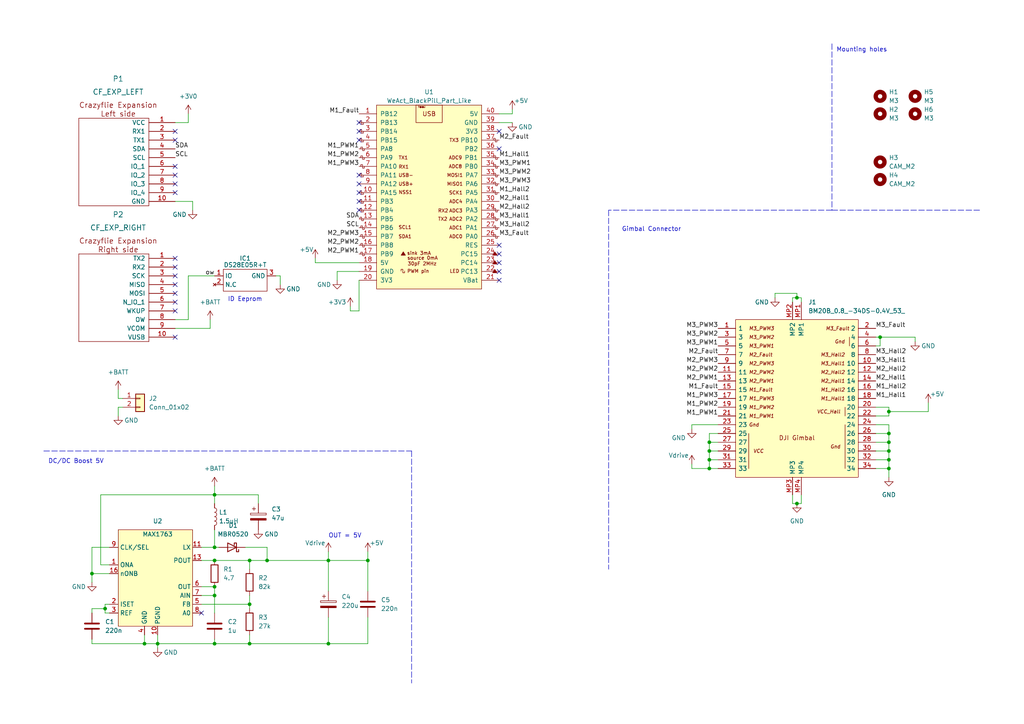
<source format=kicad_sch>
(kicad_sch (version 20211123) (generator eeschema)
  (paper "A4")
  (lib_symbols
    (symbol "Connector_Generic:Conn_01x02" (pin_names (offset 1.016) hide)
      (property "Reference" "J" (at 0 2.54 0))
      (property "Value" "Conn_01x02" (at 0 -5.08 0))
      (symbol "Conn_01x02_1_1"
        (rectangle (start -1.27 -2.413) (end 0 -2.667) (stroke (width 0.1524)))
        (rectangle (start -1.27 0.127) (end 0 -0.127) (stroke (width 0.1524)))
        (rectangle (start -1.27 1.27) (end 1.27 -3.81) (stroke (width 0.254)) (fill (type background)))
        (pin passive line (at -5.08 0 0) (length 3.81) (name "Pin_1") (number "1"))
        (pin passive line (at -5.08 -2.54 0) (length 3.81) (name "Pin_2") (number "2"))
      )
    )
    (symbol "DJI_Gimbal:BM20B_0.8_-34DS-0.4V_53_" (pin_names (offset 0.762))
      (property "Reference" "J" (at -0.635 14.605 0))
      (property "Value" "BM20B_0.8_-34DS-0.4V_53_" (at -12.065 17.145 0))
      (symbol "BM20B_0.8_-34DS-0.4V_53__0_0"
        (polyline (pts (xy -13.97 -30.48) (xy -13.97 -40.64)))
        (polyline (pts (xy 13.97 -27.94) (xy 13.97 -40.64)))
        (polyline (pts (xy 13.97 -22.86) (xy 13.97 -25.4)))
        (polyline (pts (xy 15.24 -2.54) (xy 15.24 -5.08)))
        (text "DJI Gimbal" (at 0 -31.75 0) (effects (font (size 1.27 1.27))))
        (text "Gnd" (at -13.97 -27.94 0) (effects (font (size 1.016 1.016) italic) (justify left)))
        (text "Gnd" (at 12.7 -34.29 0) (effects (font (size 1.016 1.016) italic) (justify right)))
        (text "Gnd" (at 13.97 -3.81 0) (effects (font (size 1.016 1.016) italic) (justify right)))
        (text "M1_Fault" (at -13.97 -17.78 0) (effects (font (size 1.016 1.016) italic) (justify left)))
        (text "M1_Hall1" (at 13.97 -20.32 0) (effects (font (size 1.016 1.016) italic) (justify right)))
        (text "M1_Hall2" (at 13.97 -17.78 0) (effects (font (size 1.016 1.016) italic) (justify right)))
        (text "M1_PWM1" (at -13.97 -25.4 0) (effects (font (size 1.016 1.016) italic) (justify left)))
        (text "M1_PWM2" (at -13.97 -22.86 0) (effects (font (size 1.016 1.016) italic) (justify left)))
        (text "M1_PWM3" (at -13.97 -20.32 0) (effects (font (size 1.016 1.016) italic) (justify left)))
        (text "M2_Fault" (at -13.97 -7.62 0) (effects (font (size 1.016 1.016) italic) (justify left)))
        (text "M2_Hall1" (at 13.97 -15.24 0) (effects (font (size 1.016 1.016) italic) (justify right)))
        (text "M2_Hall2" (at 13.97 -12.7 0) (effects (font (size 1.016 1.016) italic) (justify right)))
        (text "M2_PWM1" (at -13.97 -15.24 0) (effects (font (size 1.016 1.016) italic) (justify left)))
        (text "M2_PWM2" (at -13.97 -12.7 0) (effects (font (size 1.016 1.016) italic) (justify left)))
        (text "M2_PWM3" (at -13.97 -10.16 0) (effects (font (size 1.016 1.016) italic) (justify left)))
        (text "M3_Fault" (at 15.24 0 0) (effects (font (size 1.016 1.016) italic) (justify right)))
        (text "M3_Hall1" (at 13.97 -10.16 0) (effects (font (size 1.016 1.016) italic) (justify right)))
        (text "M3_Hall2" (at 13.97 -7.62 0) (effects (font (size 1.016 1.016) italic) (justify right)))
        (text "M3_PWM1" (at -13.97 -5.08 0) (effects (font (size 1.016 1.016) italic) (justify left)))
        (text "M3_PWM2" (at -13.97 -2.54 0) (effects (font (size 1.016 1.016) italic) (justify left)))
        (text "M3_PWM3" (at -13.97 0 0) (effects (font (size 1.016 1.016) italic) (justify left)))
        (text "VCC" (at -12.7 -35.56 0) (effects (font (size 1.016 1.016) italic) (justify left)))
        (text "VCC_Hall" (at 12.7 -24.13 0) (effects (font (size 1.016 1.016) italic) (justify right)))
        (pin passive line (at -22.86 0 0) (length 5.08) (name "1") (number "1"))
        (pin passive line (at 22.86 -10.16 180) (length 5.08) (name "10") (number "10"))
        (pin passive line (at -22.86 -12.7 0) (length 5.08) (name "11") (number "11"))
        (pin passive line (at 22.86 -12.7 180) (length 5.08) (name "12") (number "12"))
        (pin passive line (at -22.86 -15.24 0) (length 5.08) (name "13") (number "13"))
        (pin passive line (at 22.86 -15.24 180) (length 5.08) (name "14") (number "14"))
        (pin passive line (at -22.86 -17.78 0) (length 5.08) (name "15") (number "15"))
        (pin passive line (at 22.86 -17.78 180) (length 5.08) (name "16") (number "16"))
        (pin passive line (at -22.86 -20.32 0) (length 5.08) (name "17") (number "17"))
        (pin passive line (at 22.86 -20.32 180) (length 5.08) (name "18") (number "18"))
        (pin passive line (at -22.86 -22.86 0) (length 5.08) (name "19") (number "19"))
        (pin passive line (at 22.86 0 180) (length 5.08) (name "2") (number "2"))
        (pin passive line (at 22.86 -22.86 180) (length 5.08) (name "20") (number "20"))
        (pin passive line (at -22.86 -25.4 0) (length 5.08) (name "21") (number "21"))
        (pin passive line (at 22.86 -25.4 180) (length 5.08) (name "22") (number "22"))
        (pin passive line (at -22.86 -27.94 0) (length 5.08) (name "23") (number "23"))
        (pin passive line (at 22.86 -27.94 180) (length 5.08) (name "24") (number "24"))
        (pin passive line (at -22.86 -30.48 0) (length 5.08) (name "25") (number "25"))
        (pin passive line (at 22.86 -30.48 180) (length 5.08) (name "26") (number "26"))
        (pin passive line (at -22.86 -33.02 0) (length 5.08) (name "27") (number "27"))
        (pin passive line (at 22.86 -33.02 180) (length 5.08) (name "28") (number "28"))
        (pin passive line (at -22.86 -35.56 0) (length 5.08) (name "29") (number "29"))
        (pin passive line (at -22.86 -2.54 0) (length 5.08) (name "3") (number "3"))
        (pin passive line (at 22.86 -35.56 180) (length 5.08) (name "30") (number "30"))
        (pin passive line (at -22.86 -38.1 0) (length 5.08) (name "31") (number "31"))
        (pin passive line (at 22.86 -38.1 180) (length 5.08) (name "32") (number "32"))
        (pin passive line (at -22.86 -40.64 0) (length 5.08) (name "33") (number "33"))
        (pin passive line (at 22.86 -40.64 180) (length 5.08) (name "34") (number "34"))
        (pin passive line (at 22.86 -2.54 180) (length 5.08) (name "4") (number "4"))
        (pin passive line (at -22.86 -5.08 0) (length 5.08) (name "5") (number "5"))
        (pin passive line (at 22.86 -5.08 180) (length 5.08) (name "6") (number "6"))
        (pin passive line (at -22.86 -7.62 0) (length 5.08) (name "7") (number "7"))
        (pin passive line (at 22.86 -7.62 180) (length 5.08) (name "8") (number "8"))
        (pin passive line (at -22.86 -10.16 0) (length 5.08) (name "9") (number "9"))
        (pin passive line (at 1.27 7.62 270) (length 5.08) (name "MP1") (number "MP1"))
        (pin passive line (at -1.27 7.62 270) (length 5.08) (name "MP2") (number "MP2"))
        (pin passive line (at -1.27 -48.26 90) (length 5.08) (name "MP3") (number "MP3"))
        (pin passive line (at 1.27 -48.26 90) (length 5.08) (name "MP4") (number "MP4"))
      )
      (symbol "BM20B_0.8_-34DS-0.4V_53__0_1"
        (polyline (pts (xy 17.78 2.54) (xy 17.78 -43.18) (xy -17.78 -43.18) (xy -17.78 2.54) (xy 17.78 2.54)) (stroke (width 0.1524)) (fill (type background)))
      )
    )
    (symbol "DJI_Gimbal:CF_EXP_LEFT" (pin_names (offset 1.016))
      (property "Reference" "P" (at 0 -13.97 0))
      (property "Value" "CF_EXP_LEFT" (at 0 -16.51 0))
      (symbol "CF_EXP_LEFT_0_0"
        (rectangle (start -10.16 -12.7) (end -10.16 12.7))
        (rectangle (start -10.16 12.7) (end 10.16 12.7))
        (rectangle (start 10.16 -12.7) (end -10.16 -12.7))
        (rectangle (start 10.16 12.7) (end 10.16 -12.7))
        (text "Crazyflie Expansion" (at 1.27 16.51 0) (effects (font (size 1.524 1.524))))
        (text "Left side" (at 1.27 13.97 0) (effects (font (size 1.524 1.524))))
      )
      (symbol "CF_EXP_LEFT_1_1"
        (pin power_out line (at 17.78 11.43 180) (length 7.62) (name "VCC") (number "1"))
        (pin power_out line (at 17.78 -11.43 180) (length 7.62) (name "GND") (number "10"))
        (pin bidirectional line (at 17.78 8.89 180) (length 7.62) (name "RX1") (number "2"))
        (pin bidirectional line (at 17.78 6.35 180) (length 7.62) (name "TX1") (number "3"))
        (pin output line (at 17.78 3.81 180) (length 7.62) (name "SDA") (number "4"))
        (pin bidirectional line (at 17.78 1.27 180) (length 7.62) (name "SCL") (number "5"))
        (pin bidirectional line (at 17.78 -1.27 180) (length 7.62) (name "IO_1") (number "6"))
        (pin bidirectional line (at 17.78 -3.81 180) (length 7.62) (name "IO_2") (number "7"))
        (pin bidirectional line (at 17.78 -6.35 180) (length 7.62) (name "IO_3") (number "8"))
        (pin bidirectional line (at 17.78 -8.89 180) (length 7.62) (name "IO_4") (number "9"))
      )
    )
    (symbol "DJI_Gimbal:CF_EXP_RIGHT" (pin_names (offset 1.016))
      (property "Reference" "P" (at 0 -13.97 0))
      (property "Value" "CF_EXP_RIGHT" (at 0 -16.51 0))
      (symbol "CF_EXP_RIGHT_0_0"
        (rectangle (start -10.16 -12.7) (end -10.16 12.7))
        (rectangle (start -10.16 12.7) (end 10.16 12.7))
        (rectangle (start 10.16 -12.7) (end -10.16 -12.7))
        (rectangle (start 10.16 12.7) (end 10.16 -12.7))
        (text "Crazyflie Expansion" (at 1.27 16.51 0) (effects (font (size 1.524 1.524))))
        (text "Right side" (at 1.27 13.97 0) (effects (font (size 1.524 1.524))))
      )
      (symbol "CF_EXP_RIGHT_1_1"
        (pin bidirectional line (at 17.78 11.43 180) (length 7.62) (name "TX2") (number "1"))
        (pin power_out line (at 17.78 -11.43 180) (length 7.62) (name "VUSB") (number "10"))
        (pin bidirectional line (at 17.78 8.89 180) (length 7.62) (name "RX2") (number "2"))
        (pin output line (at 17.78 6.35 180) (length 7.62) (name "SCK") (number "3"))
        (pin bidirectional line (at 17.78 3.81 180) (length 7.62) (name "MISO") (number "4"))
        (pin bidirectional line (at 17.78 1.27 180) (length 7.62) (name "MOSI") (number "5"))
        (pin bidirectional line (at 17.78 -1.27 180) (length 7.62) (name "N_IO_1") (number "6"))
        (pin bidirectional line (at 17.78 -3.81 180) (length 7.62) (name "WKUP") (number "7"))
        (pin bidirectional line (at 17.78 -6.35 180) (length 7.62) (name "OW") (number "8"))
        (pin power_out line (at 17.78 -8.89 180) (length 7.62) (name "VCOM") (number "9"))
      )
    )
    (symbol "DJI_Gimbal:DS28E05R+T"
      (property "Reference" "IC?" (at 0 5.08 0))
      (property "Value" "DS28E05R+T" (at 0 3.175 0))
      (symbol "DS28E05R+T_0_1"
        (rectangle (start -6.35 1.905) (end 6.35 -4.445))
      )
      (symbol "DS28E05R+T_1_1"
        (pin bidirectional line (at -8.89 0 0) (length 2.54) (name "IO") (number "1"))
        (pin no_connect line (at -8.89 -2.54 0) (length 2.54) (name "N.C") (number "2"))
        (pin input line (at 8.89 0 180) (length 2.54) (name "GND") (number "3"))
      )
    )
    (symbol "DJI_Gimbal:MAX1763"
      (property "Reference" "U" (at 0 15.24 0))
      (property "Value" "MAX1763" (at 0 12.7 0))
      (symbol "MAX1763_0_1"
        (rectangle (start -11.43 13.97) (end 10.16 -13.97) (fill (type background)))
      )
      (symbol "MAX1763_1_1"
        (pin input line (at -13.97 3.81 0) (length 2.54) (name "ONA") (number "1"))
        (pin input line (at 0 -16.51 90) (length 2.54) (name "PGND") (number "10"))
        (pin input line (at 12.7 8.89 180) (length 2.54) (name "LX") (number "11"))
        (pin input line (at 0 -16.51 90) (length 2.54) hide (name "PGND") (number "12"))
        (pin input line (at 12.7 5.08 180) (length 2.54) (name "POUT") (number "13"))
        (pin input line (at 12.7 8.89 180) (length 2.54) hide (name "LX") (number "14"))
        (pin input line (at 12.7 5.08 180) (length 2.54) hide (name "POUT") (number "15"))
        (pin input line (at -13.97 1.27 0) (length 2.54) (name "nONB") (number "16"))
        (pin input line (at -13.97 -7.62 0) (length 2.54) (name "ISET") (number "2"))
        (pin input line (at -13.97 -10.16 0) (length 2.54) (name "REF") (number "3"))
        (pin input line (at -3.81 -16.51 90) (length 2.54) (name "GND") (number "4"))
        (pin input line (at 12.7 -7.62 180) (length 2.54) (name "FB") (number "5"))
        (pin input line (at 12.7 -2.54 180) (length 2.54) (name "OUT") (number "6"))
        (pin input line (at 12.7 -5.08 180) (length 2.54) (name "AIN") (number "7"))
        (pin input line (at 12.7 -10.16 180) (length 2.54) (name "A0") (number "8"))
        (pin input line (at -13.97 8.89 0) (length 2.54) (name "CLK/SEL") (number "9"))
      )
    )
    (symbol "DJI_Gimbal:WeAct_BlackPill_Part_Like" (pin_names (offset 1.016))
      (property "Reference" "U" (at -12.7 27.94 0))
      (property "Value" "WeAct_BlackPill_Part_Like" (at 0 2.54 90))
      (symbol "WeAct_BlackPill_Part_Like_0_0"
        (polyline (pts (xy -8.128 -18.161) (xy -7.493 -17.145) (xy -6.858 -18.161) (xy -8.128 -18.161) (xy -7.493 -17.272) (xy -6.985 -18.161) (xy -8.001 -18.034) (xy -7.493 -17.399) (xy -7.112 -18.161) (xy -7.874 -17.907) (xy -7.366 -17.526) (xy -7.239 -18.161) (xy -7.747 -17.78) (xy -7.239 -17.653) (xy -7.366 -18.034) (xy -7.62 -17.78) (xy -7.366 -17.907) (xy -7.493 -17.653)))
        (polyline (pts (xy 18.415 -23.241) (xy 19.05 -22.225) (xy 19.685 -23.241) (xy 18.415 -23.241) (xy 19.05 -22.352) (xy 19.558 -23.241) (xy 18.542 -23.114) (xy 19.05 -22.479) (xy 19.431 -23.241) (xy 18.669 -22.987) (xy 19.177 -22.606) (xy 19.304 -23.241) (xy 18.796 -22.86) (xy 19.304 -22.733) (xy 19.177 -23.114) (xy 18.923 -22.86) (xy 19.177 -22.987) (xy 19.05 -22.733)))
        (polyline (pts (xy 18.415 -20.701) (xy 19.05 -19.685) (xy 19.685 -20.701) (xy 18.415 -20.701) (xy 19.05 -19.812) (xy 19.558 -20.701) (xy 18.542 -20.574) (xy 19.05 -19.939) (xy 19.431 -20.701) (xy 18.669 -20.447) (xy 19.177 -20.066) (xy 19.304 -20.701) (xy 18.796 -20.32) (xy 19.304 -20.193) (xy 19.177 -20.574) (xy 18.923 -20.32) (xy 19.177 -20.447) (xy 19.05 -20.193)))
        (polyline (pts (xy 18.415 -18.161) (xy 19.05 -17.145) (xy 19.685 -18.161) (xy 18.415 -18.161) (xy 19.05 -17.272) (xy 19.558 -18.161) (xy 18.542 -18.034) (xy 19.05 -17.399) (xy 19.431 -18.161) (xy 18.669 -17.907) (xy 19.177 -17.526) (xy 19.304 -18.161) (xy 18.796 -17.78) (xy 19.304 -17.653) (xy 19.177 -18.034) (xy 18.923 -17.78) (xy 19.177 -17.907) (xy 19.05 -17.653)))
        (text "30pF 2MHz" (at -2.032 -20.574 0) (effects (font (size 0.9906 0.9906))))
        (text "ADC0" (at 7.747 -12.7 0) (effects (font (size 0.9906 0.9906))))
        (text "ADC1" (at 7.747 -10.16 0) (effects (font (size 0.9906 0.9906))))
        (text "ADC2" (at 7.747 -7.62 0) (effects (font (size 0.9906 0.9906))))
        (text "ADC3" (at 7.747 -5.207 0) (effects (font (size 0.9906 0.9906))))
        (text "ADC4" (at 7.747 -2.54 0) (effects (font (size 0.9906 0.9906))))
        (text "ADC8" (at 7.62 7.62 0) (effects (font (size 0.9906 0.9906))))
        (text "ADC9" (at 7.62 10.16 0) (effects (font (size 0.9906 0.9906))))
        (text "LED" (at 7.366 -22.733 0) (effects (font (size 0.9906 0.9906))))
        (text "MISO1" (at 7.493 2.54 0) (effects (font (size 0.9906 0.9906))))
        (text "MOSI1" (at 7.493 5.08 0) (effects (font (size 0.9906 0.9906))))
        (text "NSS1" (at -6.858 0.127 0) (effects (font (size 0.9906 0.9906))))
        (text "PWM pin" (at -3.175 -22.733 0) (effects (font (size 0.9906 0.9906))))
        (text "RX1" (at -7.366 7.493 0) (effects (font (size 0.9906 0.9906))))
        (text "RX2" (at 4.064 -5.207 0) (effects (font (size 0.9906 0.9906))))
        (text "SCK1" (at 7.747 0 0) (effects (font (size 0.9906 0.9906))))
        (text "SCL1" (at -6.985 -10.033 0) (effects (font (size 0.9906 0.9906))))
        (text "SDA1" (at -6.985 -12.7 0) (effects (font (size 0.9906 0.9906))))
        (text "sink 3mA" (at -2.921 -17.526 0) (effects (font (size 0.9906 0.9906))))
        (text "source 0mA" (at -1.905 -18.923 0) (effects (font (size 0.9906 0.9906))))
        (text "TX1" (at -7.493 10.16 0) (effects (font (size 0.9906 0.9906))))
        (text "TX2" (at 3.937 -7.62 0) (effects (font (size 0.9906 0.9906))))
        (text "TX3" (at 7.239 15.24 0) (effects (font (size 0.9906 0.9906))))
        (text "USB" (at 0 22.86 0) (effects (font (size 1.27 1.27))))
        (text "USB+" (at -6.731 2.54 0) (effects (font (size 0.9906 0.9906))))
        (text "USB-" (at -6.731 5.08 0) (effects (font (size 0.9906 0.9906))))
        (text "Y@@J" (at -2.159 24.892 0) (effects (font (size 0.508 0.508))))
      )
      (symbol "WeAct_BlackPill_Part_Like_0_1"
        (rectangle (start -15.24 25.4) (end 15.24 -27.94) (fill (type background)))
        (polyline (pts (xy -19.05 -7.62) (xy -19.05 -8.128) (xy -19.558 -8.128) (xy -19.558 -7.112) (xy -20.066 -7.112) (xy -20.066 -7.62)))
        (polyline (pts (xy -19.05 -5.08) (xy -19.05 -5.588) (xy -19.558 -5.588) (xy -19.558 -4.572) (xy -20.066 -4.572) (xy -20.066 -5.08)))
        (polyline (pts (xy -19.05 -2.54) (xy -19.05 -3.048) (xy -19.558 -3.048) (xy -19.558 -2.032) (xy -20.066 -2.032) (xy -20.066 -2.54)))
        (polyline (pts (xy -19.05 0) (xy -19.05 -0.508) (xy -19.558 -0.508) (xy -19.558 0.508) (xy -20.066 0.508) (xy -20.066 0)))
        (polyline (pts (xy -19.05 5.08) (xy -19.05 4.572) (xy -19.558 4.572) (xy -19.558 5.588) (xy -20.066 5.588) (xy -20.066 5.08)))
        (polyline (pts (xy -19.05 15.24) (xy -19.05 14.732) (xy -19.558 14.732) (xy -19.558 15.748) (xy -20.066 15.748) (xy -20.066 15.24)))
        (polyline (pts (xy -19.05 17.78) (xy -19.05 17.272) (xy -19.558 17.272) (xy -19.558 18.288) (xy -20.066 18.288) (xy -20.066 17.78)))
        (polyline (pts (xy -19.05 20.32) (xy -19.05 19.812) (xy -19.558 19.812) (xy -19.558 20.828) (xy -20.066 20.828) (xy -20.066 20.32)))
        (polyline (pts (xy -18.796 -17.78) (xy -18.796 -18.288) (xy -19.304 -18.288) (xy -19.304 -17.272) (xy -19.812 -17.272) (xy -19.812 -17.78)))
        (polyline (pts (xy -18.796 -15.24) (xy -18.796 -15.748) (xy -19.304 -15.748) (xy -19.304 -14.732) (xy -19.812 -14.732) (xy -19.812 -15.24)))
        (polyline (pts (xy -18.796 -12.7) (xy -18.796 -13.208) (xy -19.304 -13.208) (xy -19.304 -12.192) (xy -19.812 -12.192) (xy -19.812 -12.7)))
        (polyline (pts (xy -18.796 -10.16) (xy -18.796 -10.668) (xy -19.304 -10.668) (xy -19.304 -9.652) (xy -19.812 -9.652) (xy -19.812 -10.16)))
        (polyline (pts (xy -18.796 7.62) (xy -18.796 7.112) (xy -19.304 7.112) (xy -19.304 8.128) (xy -19.812 8.128) (xy -19.812 7.62)))
        (polyline (pts (xy -18.796 10.16) (xy -18.796 9.652) (xy -19.304 9.652) (xy -19.304 10.668) (xy -19.812 10.668) (xy -19.812 10.16)))
        (polyline (pts (xy -18.796 12.7) (xy -18.796 12.192) (xy -19.304 12.192) (xy -19.304 13.208) (xy -19.812 13.208) (xy -19.812 12.7)))
        (polyline (pts (xy -7.112 -22.733) (xy -7.112 -23.241) (xy -7.62 -23.241) (xy -7.62 -22.225) (xy -8.128 -22.225) (xy -8.128 -22.733)))
        (polyline (pts (xy 19.685 0) (xy 19.685 -0.508) (xy 19.177 -0.508) (xy 19.177 0.508) (xy 18.669 0.508) (xy 18.669 0)))
        (polyline (pts (xy 19.685 15.24) (xy 19.685 14.732) (xy 19.177 14.732) (xy 19.177 15.748) (xy 18.669 15.748) (xy 18.669 15.24)))
        (polyline (pts (xy 19.812 -12.7) (xy 19.812 -13.208) (xy 19.304 -13.208) (xy 19.304 -12.192) (xy 18.796 -12.192) (xy 18.796 -12.7)))
        (polyline (pts (xy 19.812 -10.16) (xy 19.812 -10.668) (xy 19.304 -10.668) (xy 19.304 -9.652) (xy 18.796 -9.652) (xy 18.796 -10.16)))
        (polyline (pts (xy 19.812 -7.62) (xy 19.812 -8.128) (xy 19.304 -8.128) (xy 19.304 -7.112) (xy 18.796 -7.112) (xy 18.796 -7.62)))
        (polyline (pts (xy 19.812 -5.08) (xy 19.812 -5.588) (xy 19.304 -5.588) (xy 19.304 -4.572) (xy 18.796 -4.572) (xy 18.796 -5.08)))
        (polyline (pts (xy 19.812 2.54) (xy 19.812 2.032) (xy 19.304 2.032) (xy 19.304 3.048) (xy 18.796 3.048) (xy 18.796 2.54)))
        (polyline (pts (xy 19.812 5.08) (xy 19.812 4.572) (xy 19.304 4.572) (xy 19.304 5.588) (xy 18.796 5.588) (xy 18.796 5.08)))
        (polyline (pts (xy 19.812 7.62) (xy 19.812 7.112) (xy 19.304 7.112) (xy 19.304 8.128) (xy 18.796 8.128) (xy 18.796 7.62)))
        (polyline (pts (xy 19.812 10.16) (xy 19.812 9.652) (xy 19.304 9.652) (xy 19.304 10.668) (xy 18.796 10.668) (xy 18.796 10.16)))
        (rectangle (start 3.81 25.4) (end -3.81 20.32))
      )
      (symbol "WeAct_BlackPill_Part_Like_1_1"
        (pin bidirectional line (at -20.32 22.86 0) (length 5.08) (name "PB12") (number "1"))
        (pin bidirectional line (at -20.32 0 0) (length 5.08) (name "PA15") (number "10"))
        (pin bidirectional line (at -20.32 -2.54 0) (length 5.08) (name "PB3") (number "11"))
        (pin bidirectional line (at -20.32 -5.08 0) (length 5.08) (name "PB4") (number "12"))
        (pin bidirectional line (at -20.32 -7.62 0) (length 5.08) (name "PB5") (number "13"))
        (pin bidirectional line (at -20.32 -10.16 0) (length 5.08) (name "PB6") (number "14"))
        (pin bidirectional line (at -20.32 -12.7 0) (length 5.08) (name "PB7") (number "15"))
        (pin bidirectional line (at -20.32 -15.24 0) (length 5.08) (name "PB8") (number "16"))
        (pin bidirectional line (at -20.32 -17.78 0) (length 5.08) (name "PB9") (number "17"))
        (pin power_in line (at -20.32 -20.32 0) (length 5.08) (name "5V") (number "18"))
        (pin power_in line (at -20.32 -22.86 0) (length 5.08) (name "GND") (number "19"))
        (pin bidirectional line (at -20.32 20.32 0) (length 5.08) (name "PB13") (number "2"))
        (pin power_in line (at -20.32 -25.4 0) (length 5.08) (name "3V3") (number "20"))
        (pin power_in line (at 20.32 -25.4 180) (length 5.08) (name "VBat") (number "21"))
        (pin bidirectional line (at 20.32 -22.86 180) (length 5.08) (name "PC13") (number "22"))
        (pin bidirectional line (at 20.32 -20.32 180) (length 5.08) (name "PC14") (number "23"))
        (pin bidirectional line (at 20.32 -17.78 180) (length 5.08) (name "PC15") (number "24"))
        (pin input line (at 20.32 -15.24 180) (length 5.08) (name "RES") (number "25"))
        (pin bidirectional line (at 20.32 -12.7 180) (length 5.08) (name "PA0") (number "26"))
        (pin bidirectional line (at 20.32 -10.16 180) (length 5.08) (name "PA1") (number "27"))
        (pin bidirectional line (at 20.32 -7.62 180) (length 5.08) (name "PA2") (number "28"))
        (pin bidirectional line (at 20.32 -5.08 180) (length 5.08) (name "PA3") (number "29"))
        (pin bidirectional line (at -20.32 17.78 0) (length 5.08) (name "PB14") (number "3"))
        (pin bidirectional line (at 20.32 -2.54 180) (length 5.08) (name "PA4") (number "30"))
        (pin bidirectional line (at 20.32 0 180) (length 5.08) (name "PA5") (number "31"))
        (pin bidirectional line (at 20.32 2.54 180) (length 5.08) (name "PA6") (number "32"))
        (pin bidirectional line (at 20.32 5.08 180) (length 5.08) (name "PA7") (number "33"))
        (pin bidirectional line (at 20.32 7.62 180) (length 5.08) (name "PB0") (number "34"))
        (pin bidirectional line (at 20.32 10.16 180) (length 5.08) (name "PB1") (number "35"))
        (pin bidirectional line (at 20.32 12.7 180) (length 5.08) (name "PB2") (number "36"))
        (pin bidirectional line (at 20.32 15.24 180) (length 5.08) (name "PB10") (number "37"))
        (pin power_in line (at 20.32 17.78 180) (length 5.08) (name "3V3") (number "38"))
        (pin power_in line (at 20.32 20.32 180) (length 5.08) (name "GND") (number "39"))
        (pin bidirectional line (at -20.32 15.24 0) (length 5.08) (name "PB15") (number "4"))
        (pin power_in line (at 20.32 22.86 180) (length 5.08) (name "5V") (number "40"))
        (pin bidirectional line (at -20.32 12.7 0) (length 5.08) (name "PA8") (number "5"))
        (pin bidirectional line (at -20.32 10.16 0) (length 5.08) (name "PA9") (number "6"))
        (pin bidirectional line (at -20.32 7.62 0) (length 5.08) (name "PA10") (number "7"))
        (pin bidirectional line (at -20.32 5.08 0) (length 5.08) (name "PA11") (number "8"))
        (pin bidirectional line (at -20.32 2.54 0) (length 5.08) (name "PA12") (number "9"))
      )
    )
    (symbol "Device:C" (pin_numbers hide) (pin_names (offset 0.254))
      (property "Reference" "C" (at 0.635 2.54 0))
      (property "Value" "C" (at 0.635 -2.54 0))
      (symbol "C_0_1"
        (polyline (pts (xy -2.032 -0.762) (xy 2.032 -0.762)) (stroke (width 0.508)))
        (polyline (pts (xy -2.032 0.762) (xy 2.032 0.762)) (stroke (width 0.508)))
      )
      (symbol "C_1_1"
        (pin passive line (at 0 3.81 270) (length 2.794) (name "~") (number "1"))
        (pin passive line (at 0 -3.81 90) (length 2.794) (name "~") (number "2"))
      )
    )
    (symbol "Device:C_Polarized" (pin_numbers hide) (pin_names (offset 0.254))
      (property "Reference" "C" (at 0.635 2.54 0))
      (property "Value" "C_Polarized" (at 0.635 -2.54 0))
      (symbol "C_Polarized_0_1"
        (rectangle (start -2.286 0.508) (end 2.286 1.016))
        (polyline (pts (xy -1.778 2.286) (xy -0.762 2.286)))
        (polyline (pts (xy -1.27 2.794) (xy -1.27 1.778)))
        (rectangle (start 2.286 -0.508) (end -2.286 -1.016) (fill (type outline)))
      )
      (symbol "C_Polarized_1_1"
        (pin passive line (at 0 3.81 270) (length 2.794) (name "~") (number "1"))
        (pin passive line (at 0 -3.81 90) (length 2.794) (name "~") (number "2"))
      )
    )
    (symbol "Device:L" (pin_numbers hide) (pin_names (offset 1.016) hide)
      (property "Reference" "L" (at -1.27 0 90))
      (property "Value" "L" (at 1.905 0 90))
      (symbol "L_0_1"
        (arc (start 0 -2.54) (mid 0.635 -1.905) (end 0 -1.27))
        (arc (start 0 -1.27) (mid 0.635 -0.635) (end 0 0))
        (arc (start 0 0) (mid 0.635 0.635) (end 0 1.27))
        (arc (start 0 1.27) (mid 0.635 1.905) (end 0 2.54))
      )
      (symbol "L_1_1"
        (pin passive line (at 0 3.81 270) (length 1.27) (name "1") (number "1"))
        (pin passive line (at 0 -3.81 90) (length 1.27) (name "2") (number "2"))
      )
    )
    (symbol "Device:R" (pin_numbers hide) (pin_names (offset 0))
      (property "Reference" "R" (at 2.032 0 90))
      (property "Value" "R" (at 0 0 90))
      (symbol "R_0_1"
        (rectangle (start -1.016 -2.54) (end 1.016 2.54) (stroke (width 0.254)))
      )
      (symbol "R_1_1"
        (pin passive line (at 0 3.81 270) (length 1.27) (name "~") (number "1"))
        (pin passive line (at 0 -3.81 90) (length 1.27) (name "~") (number "2"))
      )
    )
    (symbol "Diode:MBR0520" (pin_numbers hide) (pin_names (offset 1.016) hide)
      (property "Reference" "D" (at 0 2.54 0))
      (property "Value" "MBR0520" (at 0 -2.54 0))
      (symbol "MBR0520_0_1"
        (polyline (pts (xy 1.27 0) (xy -1.27 0)))
        (polyline (pts (xy 1.27 1.27) (xy 1.27 -1.27) (xy -1.27 0) (xy 1.27 1.27)) (stroke (width 0.254)))
        (polyline (pts (xy -1.905 0.635) (xy -1.905 1.27) (xy -1.27 1.27) (xy -1.27 -1.27) (xy -0.635 -1.27) (xy -0.635 -0.635)) (stroke (width 0.254)))
      )
      (symbol "MBR0520_1_1"
        (pin passive line (at -3.81 0 0) (length 2.54) (name "K") (number "1"))
        (pin passive line (at 3.81 0 180) (length 2.54) (name "A") (number "2"))
      )
    )
    (symbol "Mechanical:MountingHole" (pin_names (offset 1.016))
      (property "Reference" "H" (at 0 5.08 0))
      (property "Value" "MountingHole" (at 0 3.175 0))
      (symbol "MountingHole_0_1"
        (circle (center 0 0) (radius 1.27) (stroke (width 1.27)))
      )
    )
    (symbol "power:+3.3V" (power) (pin_names (offset 0))
      (property "Value" "+3.3V" (at 0 3.556 0))
      (symbol "+3.3V_0_1"
        (polyline (pts (xy -0.762 1.27) (xy 0 2.54)))
        (polyline (pts (xy 0 0) (xy 0 2.54)))
        (polyline (pts (xy 0 2.54) (xy 0.762 1.27)))
      )
      (symbol "+3.3V_1_1"
        (pin power_in line (at 0 0 90) (length 0) hide (name "+3V3") (number "1"))
      )
    )
    (symbol "power:+3V0" (power) (pin_names (offset 0))
      (property "Value" "+3V0" (at 0 3.556 0))
      (symbol "+3V0_0_1"
        (polyline (pts (xy -0.762 1.27) (xy 0 2.54)))
        (polyline (pts (xy 0 0) (xy 0 2.54)))
        (polyline (pts (xy 0 2.54) (xy 0.762 1.27)))
      )
      (symbol "+3V0_1_1"
        (pin power_in line (at 0 0 90) (length 0) hide (name "+3V0") (number "1"))
      )
    )
    (symbol "power:+5V" (power) (pin_names (offset 0))
      (property "Value" "+5V" (at 0 3.556 0))
      (symbol "+5V_0_1"
        (polyline (pts (xy -0.762 1.27) (xy 0 2.54)))
        (polyline (pts (xy 0 0) (xy 0 2.54)))
        (polyline (pts (xy 0 2.54) (xy 0.762 1.27)))
      )
      (symbol "+5V_1_1"
        (pin power_in line (at 0 0 90) (length 0) hide (name "+5V") (number "1"))
      )
    )
    (symbol "power:+BATT" (power) (pin_names (offset 0))
      (property "Value" "+BATT" (at 0 3.556 0))
      (symbol "+BATT_0_1"
        (polyline (pts (xy -0.762 1.27) (xy 0 2.54)))
        (polyline (pts (xy 0 0) (xy 0 2.54)))
        (polyline (pts (xy 0 2.54) (xy 0.762 1.27)))
      )
      (symbol "+BATT_1_1"
        (pin power_in line (at 0 0 90) (length 0) hide (name "+BATT") (number "1"))
      )
    )
    (symbol "power:GND" (power) (pin_names (offset 0))
      (property "Value" "GND" (at 0 -3.81 0))
      (symbol "GND_0_1"
        (polyline (pts (xy 0 0) (xy 0 -1.27) (xy 1.27 -1.27) (xy 0 -2.54) (xy -1.27 -1.27) (xy 0 -1.27)))
      )
      (symbol "GND_1_1"
        (pin power_in line (at 0 0 270) (length 0) hide (name "GND") (number "1"))
      )
    )
    (symbol "power:Vdrive" (power) (pin_names (offset 0))
      (property "Value" "Vdrive" (at 0 3.81 0))
      (symbol "Vdrive_0_1"
        (polyline (pts (xy -0.762 1.27) (xy 0 2.54)))
        (polyline (pts (xy 0 0) (xy 0 2.54)))
        (polyline (pts (xy 0 2.54) (xy 0.762 1.27)))
      )
      (symbol "Vdrive_1_1"
        (pin power_in line (at 0 0 90) (length 0) hide (name "Vdrive") (number "1"))
      )
    )
  )
  (junction (at 72.39 162.56))
  (junction (at 106.68 162.56))
  (junction (at 62.23 186.69))
  (junction (at 95.25 162.56))
  (junction (at 26.67 166.37))
  (junction (at 205.74 130.81))
  (junction (at 257.81 128.27))
  (junction (at 62.23 172.72))
  (junction (at 231.14 146.05))
  (junction (at 77.47 162.56))
  (junction (at 257.81 133.35))
  (junction (at 45.72 186.69))
  (junction (at 62.23 162.56))
  (junction (at 62.23 143.51))
  (junction (at 205.74 128.27))
  (junction (at 72.39 175.26))
  (junction (at 62.23 170.18))
  (junction (at 205.74 135.89))
  (junction (at 62.23 158.75))
  (junction (at 257.81 125.73))
  (junction (at 257.81 130.81))
  (junction (at 257.81 119.38))
  (junction (at 41.91 186.69))
  (junction (at 205.74 133.35))
  (junction (at 231.14 86.36))
  (junction (at 30.48 176.53))
  (junction (at 95.25 186.69))
  (junction (at 255.27 97.79))
  (junction (at 257.81 135.89))
  (junction (at 72.39 186.69))
  (no_connect (at 144.78 81.28))
  (no_connect (at 104.14 55.88))
  (no_connect (at 104.14 58.42))
  (no_connect (at 104.14 50.8))
  (no_connect (at 104.14 53.34))
  (no_connect (at 104.14 60.96))
  (no_connect (at 58.42 177.8))
  (no_connect (at 50.8 48.26))
  (no_connect (at 50.8 50.8))
  (no_connect (at 50.8 53.34))
  (no_connect (at 50.8 55.88))
  (no_connect (at 50.8 38.1))
  (no_connect (at 50.8 40.64))
  (no_connect (at 104.14 35.56))
  (no_connect (at 104.14 38.1))
  (no_connect (at 104.14 40.64))
  (no_connect (at 144.78 38.1))
  (no_connect (at 144.78 43.18))
  (no_connect (at 144.78 71.12))
  (no_connect (at 144.78 78.74))
  (no_connect (at 50.8 97.79))
  (no_connect (at 50.8 77.47))
  (no_connect (at 50.8 80.01))
  (no_connect (at 50.8 82.55))
  (no_connect (at 50.8 85.09))
  (no_connect (at 50.8 87.63))
  (no_connect (at 50.8 90.17))
  (no_connect (at 50.8 74.93))
  (no_connect (at 144.78 76.2))
  (no_connect (at 144.78 73.66))
  (wire (pts (xy 254 123.19) (xy 257.81 123.19)))
  (wire (pts (xy 257.81 133.35) (xy 257.81 135.89)))
  (wire (pts (xy 62.23 158.75) (xy 63.5 158.75)))
  (wire (pts (xy 205.74 128.27) (xy 205.74 130.81)))
  (wire (pts (xy 229.87 146.05) (xy 231.14 146.05)))
  (wire (pts (xy 265.43 99.06) (xy 265.43 97.79)))
  (wire (pts (xy 62.23 143.51) (xy 62.23 146.05)))
  (wire (pts (xy 26.67 176.53) (xy 30.48 176.53)))
  (wire (pts (xy 72.39 186.69) (xy 95.25 186.69)))
  (wire (pts (xy 224.79 85.09) (xy 231.14 85.09)))
  (wire (pts (xy 254 133.35) (xy 257.81 133.35)))
  (wire (pts (xy 257.81 119.38) (xy 257.81 120.65)))
  (wire (pts (xy 26.67 177.8) (xy 26.67 176.53)))
  (wire (pts (xy 72.39 162.56) (xy 72.39 165.1)))
  (wire (pts (xy 60.96 92.71) (xy 60.96 95.25)))
  (wire (pts (xy 71.12 158.75) (xy 77.47 158.75)))
  (wire (pts (xy 72.39 175.26) (xy 72.39 176.53)))
  (wire (pts (xy 77.47 162.56) (xy 95.25 162.56)))
  (wire (pts (xy 106.68 162.56) (xy 95.25 162.56)))
  (wire (pts (xy 95.25 179.07) (xy 95.25 186.69)))
  (wire (pts (xy 255.27 97.79) (xy 255.27 100.33)))
  (wire (pts (xy 60.96 95.25) (xy 50.8 95.25)))
  (wire (pts (xy 254 118.11) (xy 257.81 118.11)))
  (wire (pts (xy 229.87 87.63) (xy 229.87 86.36)))
  (wire (pts (xy 26.67 168.91) (xy 26.67 166.37)))
  (wire (pts (xy 254 130.81) (xy 257.81 130.81)))
  (wire (pts (xy 148.59 31.75) (xy 148.59 33.02)))
  (wire (pts (xy 91.44 74.93) (xy 91.44 76.2)))
  (wire (pts (xy 254 97.79) (xy 255.27 97.79)))
  (wire (pts (xy 80.01 80.01) (xy 81.28 80.01)))
  (wire (pts (xy 26.67 158.75) (xy 26.67 166.37)))
  (wire (pts (xy 229.87 86.36) (xy 231.14 86.36)))
  (wire (pts (xy 45.72 186.69) (xy 45.72 187.96)))
  (wire (pts (xy 26.67 185.42) (xy 26.67 186.69)))
  (wire (pts (xy 97.79 78.74) (xy 104.14 78.74)))
  (wire (pts (xy 104.14 81.28) (xy 104.14 90.17)))
  (wire (pts (xy 72.39 172.72) (xy 72.39 175.26)))
  (wire (pts (xy 205.74 133.35) (xy 208.28 133.35)))
  (wire (pts (xy 58.42 158.75) (xy 62.23 158.75)))
  (wire (pts (xy 62.23 172.72) (xy 62.23 177.8)))
  (wire (pts (xy 229.87 143.51) (xy 229.87 146.05)))
  (wire (pts (xy 231.14 85.09) (xy 231.14 86.36)))
  (polyline (pts (xy 176.53 60.96) (xy 176.53 165.1)))
  (wire (pts (xy 257.81 128.27) (xy 257.81 130.81)))
  (wire (pts (xy 54.61 80.01) (xy 62.23 80.01)))
  (wire (pts (xy 205.74 130.81) (xy 205.74 133.35)))
  (wire (pts (xy 269.24 116.84) (xy 269.24 119.38)))
  (wire (pts (xy 265.43 97.79) (xy 255.27 97.79)))
  (wire (pts (xy 58.42 170.18) (xy 62.23 170.18)))
  (wire (pts (xy 72.39 184.15) (xy 72.39 186.69)))
  (wire (pts (xy 62.23 172.72) (xy 62.23 170.18)))
  (wire (pts (xy 81.28 80.01) (xy 81.28 82.55)))
  (wire (pts (xy 55.88 58.42) (xy 55.88 60.96)))
  (wire (pts (xy 62.23 186.69) (xy 72.39 186.69)))
  (wire (pts (xy 45.72 184.15) (xy 45.72 186.69)))
  (wire (pts (xy 200.66 135.89) (xy 205.74 135.89)))
  (wire (pts (xy 45.72 186.69) (xy 41.91 186.69)))
  (wire (pts (xy 58.42 172.72) (xy 62.23 172.72)))
  (wire (pts (xy 257.81 135.89) (xy 257.81 138.43)))
  (wire (pts (xy 95.25 171.45) (xy 95.25 162.56)))
  (polyline (pts (xy 241.3 12.7) (xy 241.3 60.96)))
  (wire (pts (xy 232.41 86.36) (xy 232.41 87.63)))
  (wire (pts (xy 31.75 175.26) (xy 30.48 175.26)))
  (wire (pts (xy 58.42 175.26) (xy 72.39 175.26)))
  (polyline (pts (xy 241.3 60.96) (xy 284.48 60.96)))
  (wire (pts (xy 34.29 118.11) (xy 35.56 118.11)))
  (wire (pts (xy 208.28 125.73) (xy 205.74 125.73)))
  (wire (pts (xy 72.39 162.56) (xy 77.47 162.56)))
  (polyline (pts (xy 119.38 130.81) (xy 119.38 198.12)))
  (wire (pts (xy 62.23 158.75) (xy 62.23 153.67)))
  (wire (pts (xy 255.27 100.33) (xy 254 100.33)))
  (wire (pts (xy 269.24 119.38) (xy 257.81 119.38)))
  (wire (pts (xy 205.74 125.73) (xy 205.74 128.27)))
  (wire (pts (xy 254 125.73) (xy 257.81 125.73)))
  (wire (pts (xy 34.29 115.57) (xy 35.56 115.57)))
  (wire (pts (xy 62.23 143.51) (xy 74.93 143.51)))
  (wire (pts (xy 50.8 35.56) (xy 54.61 35.56)))
  (wire (pts (xy 254 128.27) (xy 257.81 128.27)))
  (wire (pts (xy 257.81 125.73) (xy 257.81 128.27)))
  (wire (pts (xy 200.66 124.46) (xy 200.66 123.19)))
  (wire (pts (xy 30.48 176.53) (xy 30.48 177.8)))
  (wire (pts (xy 257.81 118.11) (xy 257.81 119.38)))
  (polyline (pts (xy 241.3 60.96) (xy 176.53 60.96)))
  (wire (pts (xy 91.44 76.2) (xy 104.14 76.2)))
  (wire (pts (xy 54.61 80.01) (xy 54.61 92.71)))
  (wire (pts (xy 31.75 163.83) (xy 29.21 163.83)))
  (wire (pts (xy 257.81 135.89) (xy 254 135.89)))
  (wire (pts (xy 29.21 163.83) (xy 29.21 143.51)))
  (wire (pts (xy 74.93 146.05) (xy 74.93 143.51)))
  (wire (pts (xy 62.23 162.56) (xy 72.39 162.56)))
  (wire (pts (xy 144.78 35.56) (xy 148.59 35.56)))
  (wire (pts (xy 95.25 160.02) (xy 95.25 162.56)))
  (wire (pts (xy 45.72 186.69) (xy 62.23 186.69)))
  (wire (pts (xy 77.47 158.75) (xy 77.47 162.56)))
  (wire (pts (xy 30.48 177.8) (xy 31.75 177.8)))
  (wire (pts (xy 97.79 81.28) (xy 97.79 78.74)))
  (wire (pts (xy 106.68 179.07) (xy 106.68 186.69)))
  (wire (pts (xy 205.74 130.81) (xy 208.28 130.81)))
  (wire (pts (xy 205.74 128.27) (xy 208.28 128.27)))
  (wire (pts (xy 62.23 185.42) (xy 62.23 186.69)))
  (wire (pts (xy 200.66 123.19) (xy 208.28 123.19)))
  (wire (pts (xy 106.68 160.02) (xy 106.68 162.56)))
  (wire (pts (xy 205.74 135.89) (xy 208.28 135.89)))
  (wire (pts (xy 106.68 186.69) (xy 95.25 186.69)))
  (wire (pts (xy 26.67 166.37) (xy 31.75 166.37)))
  (wire (pts (xy 58.42 162.56) (xy 62.23 162.56)))
  (wire (pts (xy 41.91 186.69) (xy 41.91 184.15)))
  (wire (pts (xy 200.66 134.62) (xy 200.66 135.89)))
  (wire (pts (xy 31.75 158.75) (xy 26.67 158.75)))
  (wire (pts (xy 205.74 133.35) (xy 205.74 135.89)))
  (wire (pts (xy 34.29 113.03) (xy 34.29 115.57)))
  (wire (pts (xy 54.61 35.56) (xy 54.61 33.02)))
  (wire (pts (xy 34.29 120.65) (xy 34.29 118.11)))
  (wire (pts (xy 224.79 86.36) (xy 224.79 85.09)))
  (polyline (pts (xy 12.7 130.81) (xy 119.38 130.81)))
  (wire (pts (xy 30.48 175.26) (xy 30.48 176.53)))
  (wire (pts (xy 26.67 186.69) (xy 41.91 186.69)))
  (wire (pts (xy 101.6 90.17) (xy 101.6 88.9)))
  (wire (pts (xy 104.14 90.17) (xy 101.6 90.17)))
  (wire (pts (xy 29.21 143.51) (xy 62.23 143.51)))
  (wire (pts (xy 231.14 86.36) (xy 232.41 86.36)))
  (wire (pts (xy 62.23 140.97) (xy 62.23 143.51)))
  (wire (pts (xy 50.8 58.42) (xy 55.88 58.42)))
  (wire (pts (xy 257.81 120.65) (xy 254 120.65)))
  (wire (pts (xy 148.59 33.02) (xy 144.78 33.02)))
  (wire (pts (xy 257.81 130.81) (xy 257.81 133.35)))
  (wire (pts (xy 231.14 146.05) (xy 232.41 146.05)))
  (wire (pts (xy 232.41 146.05) (xy 232.41 143.51)))
  (wire (pts (xy 106.68 171.45) (xy 106.68 162.56)))
  (wire (pts (xy 257.81 123.19) (xy 257.81 125.73)))
  (wire (pts (xy 50.8 92.71) (xy 54.61 92.71)))
  (text "OUT = 5V\n" (at 95.25 156.21 0) (effects (font (size 1.27 1.27)) (justify left bottom)))
  (text "Mounting holes" (at 242.57 15.24 0) (effects (font (size 1.27 1.27)) (justify left bottom)))
  (text "DC/DC Boost 5V" (at 13.97 134.62 0) (effects (font (size 1.27 1.27)) (justify left bottom)))
  (text "ID Eeprom" (at 66.04 87.63 0) (effects (font (size 1.27 1.27)) (justify left bottom)))
  (text "Gimbal Connector" (at 180.34 67.31 0) (effects (font (size 1.27 1.27)) (justify left bottom)))
  (label "M1_Hall1" (at 144.78 45.72 0))
  (label "M3_Hall2" (at 254 102.87 0))
  (label "M3_PWM2" (at 208.28 97.79 180))
  (label "M1_PWM1" (at 104.14 43.18 180))
  (label "SDA" (at 50.8 43.18 0))
  (label "M1_Fault" (at 104.14 33.02 180))
  (label "M1_PWM3" (at 208.28 115.57 180))
  (label "M1_Fault" (at 208.28 113.03 180))
  (label "M3_Fault" (at 254 95.25 0))
  (label "M2_Hall1" (at 254 110.49 0))
  (label "SCL" (at 50.8 45.72 0))
  (label "M1_Hall2" (at 254 113.03 0))
  (label "M2_PWM3" (at 208.28 105.41 180))
  (label "M1_Hall1" (at 254 115.57 0))
  (label "M3_Hall2" (at 144.78 66.04 0))
  (label "M2_PWM1" (at 208.28 110.49 180))
  (label "SDA" (at 104.14 63.5 180))
  (label "M3_Fault" (at 144.78 68.58 0))
  (label "M3_Hall1" (at 144.78 63.5 0))
  (label "M2_Hall1" (at 144.78 58.42 0))
  (label "M3_PWM3" (at 208.28 95.25 180))
  (label "M3_Hall1" (at 254 105.41 0))
  (label "M3_PWM1" (at 208.28 100.33 180))
  (label "M2_Fault" (at 208.28 102.87 180))
  (label "ow" (at 62.23 80.01 180))
  (label "M2_Hall2" (at 144.78 60.96 0))
  (label "M1_PWM2" (at 208.28 118.11 180))
  (label "M2_PWM2" (at 208.28 107.95 180))
  (label "M3_PWM2" (at 144.78 50.8 0))
  (label "M3_PWM3" (at 144.78 53.34 0))
  (label "M1_Hall2" (at 144.78 55.88 0))
  (label "M2_Fault" (at 144.78 40.64 0))
  (label "M2_PWM3" (at 104.14 68.58 180))
  (label "SCL" (at 104.14 66.04 180))
  (label "M2_PWM1" (at 104.14 73.66 180))
  (label "M1_PWM2" (at 104.14 45.72 180))
  (label "M2_PWM2" (at 104.14 71.12 180))
  (label "M1_PWM3" (at 104.14 48.26 180))
  (label "M3_PWM1" (at 144.78 48.26 0))
  (label "M2_Hall2" (at 254 107.95 0))
  (label "M1_PWM1" (at 208.28 120.65 180))
  (symbol (lib_id "Device:R") (at 62.23 166.37 0) (unit 1)
    (property "Reference" "R1" (at 64.77 165.0999 0) (effects (justify left)))
    (property "Value" "4.7" (at 64.77 167.6399 0) (effects (justify left)))
    (property "Footprint" "Resistor_SMD:R_0402_1005Metric" (effects hide))
    (property "MPN" "AC0402FR-074R7L" (effects hide))
    (property "MFR" "Yageo" (effects hide))
  )
  (symbol (lib_id "Device:L") (at 62.23 149.86 0) (unit 1)
    (property "Reference" "L1" (at 63.5 148.5899 0) (effects (justify left)))
    (property "Value" "1.5uH" (at 63.5 151.1299 0) (effects (justify left)))
    (property "Footprint" "Inductor_SMD:L_Taiyo-Yuden_NR-30xx" (effects hide))
    (property "MPN" "NR3015T1R5N " (effects hide))
    (property "MFR" "Taiyo\\ Yuden" (effects hide))
  )
  (symbol (lib_id "DJI_Gimbal:WeAct_BlackPill_Part_Like") (at 124.46 55.88 0) (unit 1)
    (property "Reference" "U1" (at 124.46 26.67 0))
    (property "Value" "WeAct_BlackPill_Part_Like" (at 124.46 29.21 0))
    (property "Footprint" "DGI_Gimbal:YAAJ_WeAct_BlackPill_2" (effects hide))
  )
  (symbol (lib_id "power:GND") (at 224.79 86.36 0) (unit 1)
    (property "Reference" "#PWR0109" (effects hide))
    (property "Value" "GND" (at 220.98 87.63 0))
  )
  (symbol (lib_id "power:GND") (at 200.66 124.46 0) (unit 1)
    (property "Reference" "#PWR0104" (effects hide))
    (property "Value" "GND" (at 196.85 127 0))
  )
  (symbol (lib_id "DJI_Gimbal:CF_EXP_LEFT") (at 33.02 46.99 0) (unit 1)
    (property "Reference" "P1" (at 34.265 22.86 0) (effects (font (size 1.524 1.524))))
    (property "Value" "CF_EXP_LEFT" (at 34.265 26.67 0) (effects (font (size 1.524 1.524))))
    (property "Footprint" "DGI_Gimbal:BF090-10-X-B2" (effects hide))
  )
  (symbol (lib_id "power:+5V") (at 269.24 116.84 0) (unit 1)
    (property "Reference" "#PWR0108" (effects hide))
    (property "Value" "+5V" (at 271.78 114.3 0))
  )
  (symbol (lib_id "power:GND") (at 34.29 120.65 0) (unit 1)
    (property "Reference" "#PWR0118" (effects hide))
    (property "Value" "GND" (at 38.1 121.92 0))
  )
  (symbol (lib_id "Mechanical:MountingHole") (at 265.43 33.02 0) (unit 1)
    (property "Reference" "H6" (at 267.97 31.7499 0) (effects (justify left)))
    (property "Value" "M3" (at 267.97 34.2899 0) (effects (justify left)))
    (property "Footprint" "MountingHole:MountingHole_3.2mm_M3_Pad_Via" (effects hide))
    (property "DNP" "DNP" (effects hide))
  )
  (symbol (lib_id "power:GND") (at 74.93 153.67 0) (unit 1)
    (property "Reference" "#PWR0122" (effects hide))
    (property "Value" "GND" (at 78.74 154.94 0))
  )
  (symbol (lib_id "Device:C_Polarized") (at 74.93 149.86 0) (unit 1)
    (property "Reference" "C3" (at 78.74 147.7009 0) (effects (justify left)))
    (property "Value" "47u" (at 78.74 150.2409 0) (effects (justify left)))
    (property "Footprint" "Capacitor_Tantalum_SMD:CP_EIA-6032-28_Kemet-C" (effects hide))
    (property "MPN" "TPSC476K010T0350 " (effects hide))
    (property "MFR" "AVX" (effects hide))
  )
  (symbol (lib_id "Mechanical:MountingHole") (at 255.27 46.99 0) (unit 1)
    (property "Reference" "H3" (at 257.81 45.7199 0) (effects (justify left)))
    (property "Value" "CAM_M2" (at 257.81 48.2599 0) (effects (justify left)))
    (property "Footprint" "MountingHole:MountingHole_2.2mm_M2_Pad_Via" (effects hide))
    (property "DNP" "DNP" (effects hide))
  )
  (symbol (lib_id "power:GND") (at 45.72 187.96 0) (unit 1)
    (property "Reference" "#PWR0119" (effects hide))
    (property "Value" "GND" (at 49.53 189.23 0))
  )
  (symbol (lib_id "Device:R") (at 72.39 168.91 0) (unit 1)
    (property "Reference" "R2" (at 74.93 167.6399 0) (effects (justify left)))
    (property "Value" "82k" (at 74.93 170.1799 0) (effects (justify left)))
    (property "Footprint" "Resistor_SMD:R_0402_1005Metric" (effects hide))
    (property "MPN" "AC0402FR-0782KL " (effects hide))
    (property "MFR" "Yageo" (effects hide))
  )
  (symbol (lib_id "DJI_Gimbal:BM20B_0.8_-34DS-0.4V_53_") (at 231.14 95.25 0) (unit 1)
    (property "Reference" "J1" (at 234.4294 87.63 0) (effects (justify left)))
    (property "Value" "BM20B_0.8_-34DS-0.4V_53_" (at 234.4294 90.17 0) (effects (justify left)))
    (property "Footprint" "DGI_Gimbal:BM20B0834DS04V53" (effects hide))
    (property "Datasheet" "https://www.hirose.com/en/product/document?clcode=CL0684-9020-0-53&productname=BM20B(0.8)-34DS-0.4V(53)&series=BM20&documenttype=2DDrawing&lang=en&documentid=0001372404" (effects hide))
    (property "Description" "Board to Board & Mezzanine Connectors 34P DR RCP B2B/B2FPC 0.8mm H 0.4mm P VSMT" (effects hide))
    (property "Height" "0.9" (effects hide))
    (property "Mouser Part Number" "798-BM20B0834DS04V53" (effects hide))
    (property "Mouser Price/Stock" "https://www.mouser.co.uk/ProductDetail/Hirose-Connector/BM20B08-34DS-04V53?qs=AAveGqk956HKBDZ2sUIWMg%3D%3D" (effects hide))
    (property "Manufacturer_Name" "Hirose" (effects hide))
    (property "Manufacturer_Part_Number" "BM20B(0.8)-34DS-0.4V(53)" (effects hide))
    (property "MFR" "Hirose" (effects hide))
    (property "MPN" "BM20B(0.8)-34DS-0.4V(53)" (effects hide))
  )
  (symbol (lib_id "power:Vdrive") (at 95.25 160.02 0) (unit 1)
    (property "Reference" "#PWR0121" (effects hide))
    (property "Value" "Vdrive" (at 91.44 157.48 0))
  )
  (symbol (lib_id "power:+BATT") (at 34.29 113.03 0) (mirror y) (unit 1)
    (property "Reference" "#PWR0117" (effects hide))
    (property "Value" "+BATT" (at 34.29 107.95 0))
  )
  (symbol (lib_id "Mechanical:MountingHole") (at 255.27 27.94 0) (unit 1)
    (property "Reference" "H1" (at 257.81 26.6699 0) (effects (justify left)))
    (property "Value" "M3" (at 257.81 29.2099 0) (effects (justify left)))
    (property "Footprint" "MountingHole:MountingHole_3.2mm_M3_Pad_Via" (effects hide))
    (property "DNP" "DNP" (effects hide))
  )
  (symbol (lib_id "power:GND") (at 81.28 82.55 0) (unit 1)
    (property "Reference" "#PWR0114" (effects hide))
    (property "Value" "GND" (at 85.09 83.82 0))
  )
  (symbol (lib_id "Mechanical:MountingHole") (at 255.27 52.07 0) (unit 1)
    (property "Reference" "H4" (at 257.81 50.7999 0) (effects (justify left)))
    (property "Value" "CAM_M2" (at 257.81 53.3399 0) (effects (justify left)))
    (property "Footprint" "MountingHole:MountingHole_2.2mm_M2_Pad_Via" (effects hide))
    (property "DNP" "DNP" (effects hide))
  )
  (symbol (lib_id "DJI_Gimbal:CF_EXP_RIGHT") (at 33.02 86.36 0) (unit 1)
    (property "Reference" "P2" (at 34.265 62.23 0) (effects (font (size 1.524 1.524))))
    (property "Value" "CF_EXP_RIGHT" (at 34.265 66.04 0) (effects (font (size 1.524 1.524))))
    (property "Footprint" "DGI_Gimbal:BF090-10-X-B2" (effects hide))
  )
  (symbol (lib_id "Device:R") (at 72.39 180.34 0) (unit 1)
    (property "Reference" "R3" (at 74.93 179.0699 0) (effects (justify left)))
    (property "Value" "27k" (at 74.93 181.6099 0) (effects (justify left)))
    (property "Footprint" "Resistor_SMD:R_0402_1005Metric" (effects hide))
    (property "MPN" "AC0402FR-0727KL " (effects hide))
    (property "MFR" "Yageo" (effects hide))
  )
  (symbol (lib_id "DJI_Gimbal:DS28E05R+T") (at 71.12 80.01 0) (unit 1)
    (property "Reference" "IC1" (at 71.12 74.93 0))
    (property "Value" "DS28E05R+T" (at 71.12 76.835 0))
    (property "Footprint" "Package_TO_SOT_SMD:SOT-23" (effects hide))
    (property "MFR" "Maxim" (effects hide))
    (property "MPN" "DS28E05R+T " (effects hide))
  )
  (symbol (lib_id "power:GND") (at 148.59 35.56 0) (unit 1)
    (property "Reference" "#PWR0102" (effects hide))
    (property "Value" "GND" (at 152.4 36.83 0))
  )
  (symbol (lib_id "power:+5V") (at 91.44 74.93 0) (unit 1)
    (property "Reference" "#PWR0110" (effects hide))
    (property "Value" "+5V" (at 88.9 72.39 0))
  )
  (symbol (lib_id "power:+5V") (at 148.59 31.75 0) (unit 1)
    (property "Reference" "#PWR0101" (effects hide))
    (property "Value" "+5V" (at 151.13 29.21 0))
  )
  (symbol (lib_id "Mechanical:MountingHole") (at 265.43 27.94 0) (unit 1)
    (property "Reference" "H5" (at 267.97 26.6699 0) (effects (justify left)))
    (property "Value" "M3" (at 267.97 29.2099 0) (effects (justify left)))
    (property "Footprint" "MountingHole:MountingHole_3.2mm_M3_Pad_Via" (effects hide))
    (property "DNP" "DNP" (effects hide))
  )
  (symbol (lib_id "power:+3V0") (at 54.61 33.02 0) (unit 1)
    (property "Reference" "#PWR0116" (effects hide))
    (property "Value" "+3V0" (at 54.61 27.94 0))
  )
  (symbol (lib_id "Device:C") (at 26.67 181.61 0) (unit 1)
    (property "Reference" "C1" (at 30.48 180.3399 0) (effects (justify left)))
    (property "Value" "220n" (at 30.48 182.8799 0) (effects (justify left)))
    (property "Footprint" "Capacitor_SMD:C_0603_1608Metric" (effects hide))
    (property "MPN" "CC0603KRX7R6BB224" (effects hide))
    (property "MFR" "Yageo" (effects hide))
  )
  (symbol (lib_id "power:GND") (at 265.43 99.06 0) (unit 1)
    (property "Reference" "#PWR0107" (effects hide))
    (property "Value" "GND" (at 269.24 100.33 0))
  )
  (symbol (lib_id "Device:C_Polarized") (at 95.25 175.26 0) (unit 1)
    (property "Reference" "C4" (at 99.06 173.1009 0) (effects (justify left)))
    (property "Value" "220u" (at 99.06 175.6409 0) (effects (justify left)))
    (property "Footprint" "Capacitor_Tantalum_SMD:CP_EIA-6032-28_Kemet-C" (effects hide))
    (property "MPN" "TPSC227M006R0125" (effects hide))
    (property "MFR" "AVX" (effects hide))
  )
  (symbol (lib_id "power:GND") (at 55.88 60.96 0) (unit 1)
    (property "Reference" "#PWR0112" (effects hide))
    (property "Value" "GND" (at 52.07 62.23 0))
  )
  (symbol (lib_id "Mechanical:MountingHole") (at 255.27 33.02 0) (unit 1)
    (property "Reference" "H2" (at 257.81 31.7499 0) (effects (justify left)))
    (property "Value" "M3" (at 257.81 34.2899 0) (effects (justify left)))
    (property "Footprint" "MountingHole:MountingHole_3.2mm_M3_Pad_Via" (effects hide))
    (property "DNP" "DNP" (effects hide))
  )
  (symbol (lib_id "power:+BATT") (at 60.96 92.71 0) (mirror y) (unit 1)
    (property "Reference" "#PWR0115" (effects hide))
    (property "Value" "+BATT" (at 60.96 87.63 0))
  )
  (symbol (lib_id "power:GND") (at 26.67 168.91 0) (unit 1)
    (property "Reference" "#PWR0120" (effects hide))
    (property "Value" "GND" (at 22.86 170.18 0))
  )
  (symbol (lib_id "DJI_Gimbal:MAX1763") (at 45.72 167.64 0) (unit 1)
    (property "Reference" "U2" (at 45.72 151.13 0))
    (property "Value" "MAX1763" (at 45.72 154.94 0))
    (property "Footprint" "Package_SO:QSOP-16_3.9x4.9mm_P0.635mm" (effects hide))
    (property "Datasheet" "https://datasheets.maximintegrated.com/en/ds/MAX1763.pdf" (effects hide))
    (property "MFR" "Maxim" (effects hide))
    (property "MPN" "MAX1763EEE+ " (effects hide))
  )
  (symbol (lib_id "power:GND") (at 231.14 146.05 0) (unit 1)
    (property "Reference" "#PWR0103" (effects hide))
    (property "Value" "GND" (at 231.14 151.13 0))
  )
  (symbol (lib_id "power:+3.3V") (at 101.6 88.9 0) (unit 1)
    (property "Reference" "#PWR0113" (effects hide))
    (property "Value" "+3.3V" (at 97.79 87.63 0))
  )
  (symbol (lib_id "Connector_Generic:Conn_01x02") (at 40.64 115.57 0) (unit 1)
    (property "Reference" "J2" (at 43.18 115.5699 0) (effects (justify left)))
    (property "Value" "Conn_01x02" (at 43.18 118.1099 0) (effects (justify left)))
    (property "Footprint" "Connector_PinHeader_2.54mm:PinHeader_1x02_P2.54mm_Vertical" (effects hide))
    (property "MFR" "Amphenol" (effects hide))
    (property "MPN" "10129378-910002BLF" (effects hide))
  )
  (symbol (lib_id "power:GND") (at 97.79 81.28 0) (unit 1)
    (property "Reference" "#PWR0111" (effects hide))
    (property "Value" "GND" (at 93.98 82.55 0))
  )
  (symbol (lib_id "Device:C") (at 62.23 181.61 0) (unit 1)
    (property "Reference" "C2" (at 66.04 180.3399 0) (effects (justify left)))
    (property "Value" "1u" (at 66.04 182.8799 0) (effects (justify left)))
    (property "Footprint" "Capacitor_SMD:C_0603_1608Metric" (effects hide))
    (property "MPN" "CC0603ZRY5V7BB105" (effects hide))
    (property "MFR" "Yageo" (effects hide))
  )
  (symbol (lib_id "Device:C") (at 106.68 175.26 0) (unit 1)
    (property "Reference" "C5" (at 110.49 173.9899 0) (effects (justify left)))
    (property "Value" "220n" (at 110.49 176.5299 0) (effects (justify left)))
    (property "Footprint" "Capacitor_SMD:C_0603_1608Metric" (effects hide))
    (property "MPN" "CC0603KRX7R6BB224" (effects hide))
    (property "MFR" "Yageo" (effects hide))
  )
  (symbol (lib_id "power:GND") (at 257.81 138.43 0) (unit 1)
    (property "Reference" "#PWR0106" (effects hide))
    (property "Value" "GND" (at 257.81 143.51 0))
  )
  (symbol (lib_id "power:+BATT") (at 62.23 140.97 0) (mirror y) (unit 1)
    (property "Reference" "#PWR0123" (effects hide))
    (property "Value" "+BATT" (at 62.23 135.89 0))
  )
  (symbol (lib_id "Diode:MBR0520") (at 67.31 158.75 180) (unit 1)
    (property "Reference" "D1" (at 67.6275 152.4 0))
    (property "Value" "MBR0520" (at 67.6275 154.94 0))
    (property "Footprint" "Diode_SMD:D_SOD-523" (effects hide))
    (property "Datasheet" "http://www.mccsemi.com/up_pdf/MBR0520~MBR0580(SOD123).pdf" (effects hide))
    (property "MPN" "NSR05T30XV2T5G " (effects hide))
    (property "MFR" "Onsemi" (effects hide))
  )
  (symbol (lib_id "power:Vdrive") (at 200.66 134.62 0) (unit 1)
    (property "Reference" "#PWR0105" (effects hide))
    (property "Value" "Vdrive" (at 196.85 132.08 0))
  )
  (symbol (lib_id "power:+5V") (at 106.68 160.02 0) (unit 1)
    (property "Reference" "#PWR0124" (effects hide))
    (property "Value" "+5V" (at 109.22 157.48 0))
  )
)
</source>
